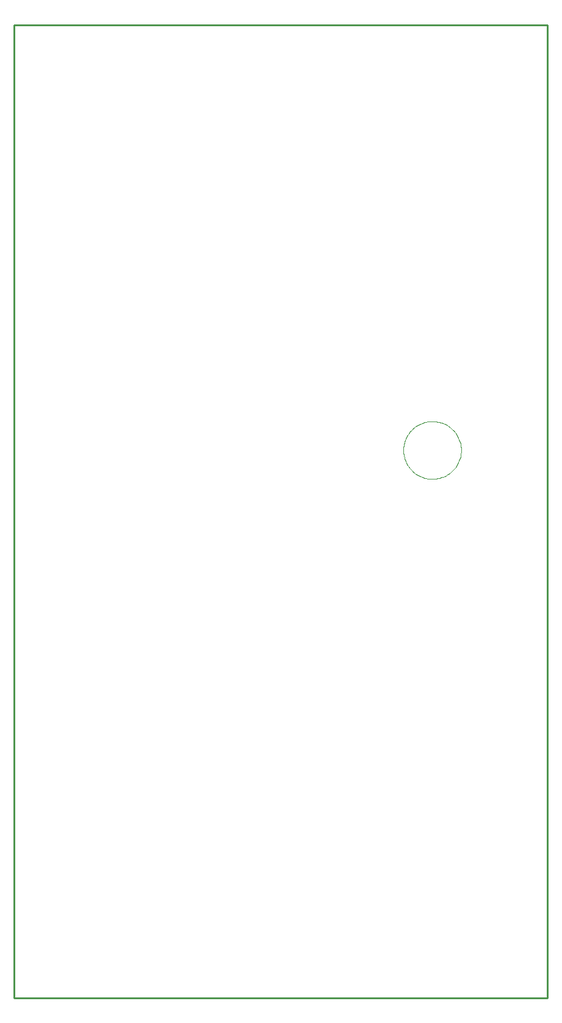
<source format=gko>
G75*
G70*
%OFA0B0*%
%FSLAX24Y24*%
%IPPOS*%
%LPD*%
%AMOC8*
5,1,8,0,0,1.08239X$1,22.5*
%
%ADD10C,0.0100*%
%ADD11C,0.0000*%
D10*
X008416Y005441D02*
X008416Y058591D01*
X037550Y058591D01*
X037550Y005441D01*
X008416Y005441D01*
D11*
X029675Y035362D02*
X029677Y035441D01*
X029683Y035520D01*
X029693Y035599D01*
X029707Y035677D01*
X029724Y035754D01*
X029746Y035830D01*
X029771Y035905D01*
X029801Y035978D01*
X029833Y036050D01*
X029870Y036121D01*
X029910Y036189D01*
X029953Y036255D01*
X029999Y036319D01*
X030049Y036381D01*
X030102Y036440D01*
X030157Y036496D01*
X030216Y036550D01*
X030277Y036600D01*
X030340Y036648D01*
X030406Y036692D01*
X030474Y036733D01*
X030544Y036770D01*
X030615Y036804D01*
X030689Y036834D01*
X030763Y036860D01*
X030839Y036882D01*
X030916Y036901D01*
X030994Y036916D01*
X031072Y036927D01*
X031151Y036934D01*
X031230Y036937D01*
X031309Y036936D01*
X031388Y036931D01*
X031467Y036922D01*
X031545Y036909D01*
X031622Y036892D01*
X031699Y036872D01*
X031774Y036847D01*
X031848Y036819D01*
X031921Y036787D01*
X031991Y036752D01*
X032060Y036713D01*
X032127Y036670D01*
X032192Y036624D01*
X032254Y036576D01*
X032314Y036524D01*
X032371Y036469D01*
X032425Y036411D01*
X032476Y036351D01*
X032524Y036288D01*
X032569Y036223D01*
X032611Y036155D01*
X032649Y036086D01*
X032683Y036015D01*
X032714Y035942D01*
X032742Y035867D01*
X032765Y035792D01*
X032785Y035715D01*
X032801Y035638D01*
X032813Y035559D01*
X032821Y035481D01*
X032825Y035402D01*
X032825Y035322D01*
X032821Y035243D01*
X032813Y035165D01*
X032801Y035086D01*
X032785Y035009D01*
X032765Y034932D01*
X032742Y034857D01*
X032714Y034782D01*
X032683Y034709D01*
X032649Y034638D01*
X032611Y034569D01*
X032569Y034501D01*
X032524Y034436D01*
X032476Y034373D01*
X032425Y034313D01*
X032371Y034255D01*
X032314Y034200D01*
X032254Y034148D01*
X032192Y034100D01*
X032127Y034054D01*
X032060Y034011D01*
X031991Y033972D01*
X031921Y033937D01*
X031848Y033905D01*
X031774Y033877D01*
X031699Y033852D01*
X031622Y033832D01*
X031545Y033815D01*
X031467Y033802D01*
X031388Y033793D01*
X031309Y033788D01*
X031230Y033787D01*
X031151Y033790D01*
X031072Y033797D01*
X030994Y033808D01*
X030916Y033823D01*
X030839Y033842D01*
X030763Y033864D01*
X030689Y033890D01*
X030615Y033920D01*
X030544Y033954D01*
X030474Y033991D01*
X030406Y034032D01*
X030340Y034076D01*
X030277Y034124D01*
X030216Y034174D01*
X030157Y034228D01*
X030102Y034284D01*
X030049Y034343D01*
X029999Y034405D01*
X029953Y034469D01*
X029910Y034535D01*
X029870Y034603D01*
X029833Y034674D01*
X029801Y034746D01*
X029771Y034819D01*
X029746Y034894D01*
X029724Y034970D01*
X029707Y035047D01*
X029693Y035125D01*
X029683Y035204D01*
X029677Y035283D01*
X029675Y035362D01*
M02*

</source>
